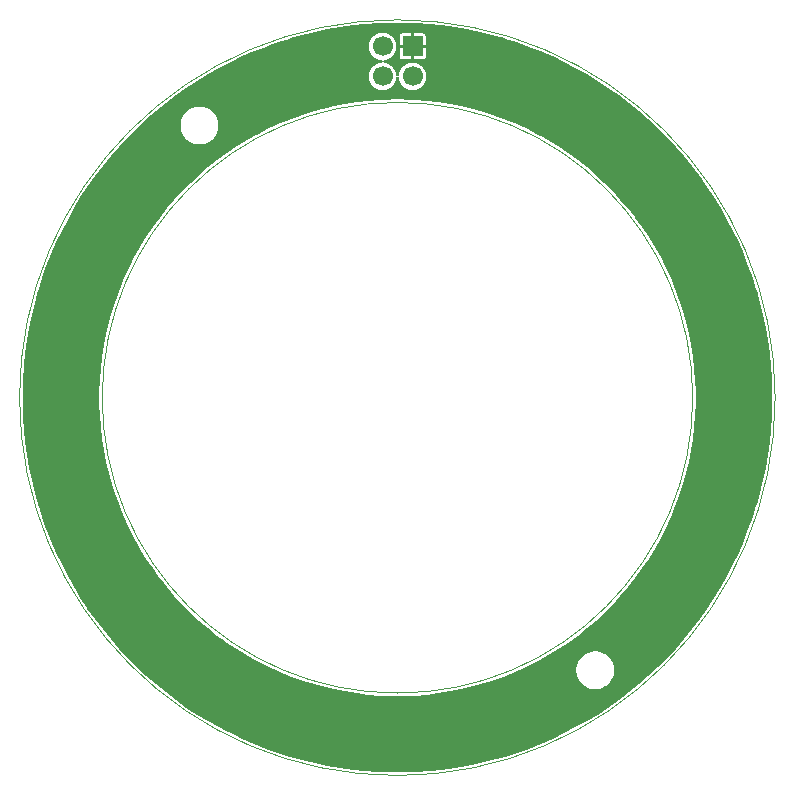
<source format=gbr>
%TF.GenerationSoftware,KiCad,Pcbnew,9.0.5*%
%TF.CreationDate,2025-12-07T22:18:12-05:00*%
%TF.ProjectId,LED_PCB,4c45445f-5043-4422-9e6b-696361645f70,rev?*%
%TF.SameCoordinates,Original*%
%TF.FileFunction,Copper,L2,Bot*%
%TF.FilePolarity,Positive*%
%FSLAX46Y46*%
G04 Gerber Fmt 4.6, Leading zero omitted, Abs format (unit mm)*
G04 Created by KiCad (PCBNEW 9.0.5) date 2025-12-07 22:18:12*
%MOMM*%
%LPD*%
G01*
G04 APERTURE LIST*
%TA.AperFunction,ComponentPad*%
%ADD10R,1.700000X1.700000*%
%TD*%
%TA.AperFunction,ComponentPad*%
%ADD11C,1.700000*%
%TD*%
%TA.AperFunction,ViaPad*%
%ADD12C,0.600000*%
%TD*%
%TA.AperFunction,Profile*%
%ADD13C,0.100000*%
%TD*%
G04 APERTURE END LIST*
D10*
%TO.P,J1,1,Pin_1*%
%TO.N,GND*%
X141280000Y-70250000D03*
D11*
%TO.P,J1,2,Pin_2*%
%TO.N,Net-(D1-CI)*%
X141280000Y-72790000D03*
%TO.P,J1,3,Pin_3*%
%TO.N,Net-(D1-DI)*%
X138740000Y-70250000D03*
%TO.P,J1,4,Pin_4*%
%TO.N,+5V*%
X138740000Y-72790000D03*
%TD*%
D12*
%TO.N,GND*%
X129425809Y-75253326D03*
X123673012Y-120944467D03*
X160260970Y-82305714D03*
X119719029Y-117694286D03*
X163082340Y-113811004D03*
X114839488Y-91562931D03*
X155426988Y-78455534D03*
X150554191Y-124746674D03*
X165060511Y-108837069D03*
X113190000Y-102400000D03*
X133990881Y-126229955D03*
X116897660Y-86188996D03*
X146000000Y-73770044D03*
X166790000Y-97600000D03*
%TD*%
%TA.AperFunction,Conductor*%
%TO.N,GND*%
G36*
X140533958Y-68259198D02*
G01*
X141612716Y-68296049D01*
X141616986Y-68296269D01*
X142693845Y-68369929D01*
X142698060Y-68370289D01*
X143771816Y-68480675D01*
X143775998Y-68481177D01*
X144845349Y-68628156D01*
X144849531Y-68628803D01*
X145913257Y-68812208D01*
X145917405Y-68812996D01*
X146974251Y-69032611D01*
X146978443Y-69033558D01*
X148027090Y-69289107D01*
X148031161Y-69290172D01*
X149070558Y-69581397D01*
X149074681Y-69582629D01*
X150103425Y-69909138D01*
X150107503Y-69910509D01*
X150301229Y-69979359D01*
X151124570Y-70271974D01*
X151128530Y-70273459D01*
X152132654Y-70669434D01*
X152136592Y-70671064D01*
X153112438Y-71094934D01*
X153126630Y-71101099D01*
X153130546Y-71102881D01*
X154105292Y-71566448D01*
X154109069Y-71568325D01*
X155067419Y-72064903D01*
X155071201Y-72066945D01*
X156012041Y-72595952D01*
X156015718Y-72598102D01*
X156776152Y-73060533D01*
X156937964Y-73158933D01*
X156941601Y-73161231D01*
X157051755Y-73233481D01*
X157844136Y-73753203D01*
X157847665Y-73755605D01*
X158076099Y-73916852D01*
X158729470Y-74378052D01*
X158732921Y-74380576D01*
X159593018Y-75032808D01*
X159596333Y-75035414D01*
X160433597Y-75716581D01*
X160436888Y-75719352D01*
X161250411Y-76428707D01*
X161253605Y-76431590D01*
X162042431Y-77168301D01*
X162045524Y-77171291D01*
X162808708Y-77934475D01*
X162811698Y-77937568D01*
X163548409Y-78726394D01*
X163551292Y-78729588D01*
X164260647Y-79543111D01*
X164263418Y-79546402D01*
X164944585Y-80383666D01*
X164947197Y-80386989D01*
X165501841Y-81118397D01*
X165599407Y-81247057D01*
X165601947Y-81250529D01*
X166224384Y-82132320D01*
X166226805Y-82135877D01*
X166818768Y-83038398D01*
X166821066Y-83042035D01*
X167381886Y-83964263D01*
X167384058Y-83967977D01*
X167913052Y-84908794D01*
X167915096Y-84912580D01*
X168411655Y-85870892D01*
X168413569Y-85874745D01*
X168877118Y-86849453D01*
X168878900Y-86853369D01*
X169308927Y-87843389D01*
X169310573Y-87847364D01*
X169706527Y-88851434D01*
X169708037Y-88855463D01*
X170069490Y-89872496D01*
X170070861Y-89876574D01*
X170397370Y-90905318D01*
X170398602Y-90909441D01*
X170689815Y-91948793D01*
X170690904Y-91952955D01*
X170946441Y-93001560D01*
X170947389Y-93005756D01*
X171166994Y-94062549D01*
X171167797Y-94066776D01*
X171351190Y-95130434D01*
X171351848Y-95134686D01*
X171498816Y-96203957D01*
X171499329Y-96208229D01*
X171609706Y-97281903D01*
X171610073Y-97286189D01*
X171683729Y-98362999D01*
X171683950Y-98367296D01*
X171720801Y-99446041D01*
X171720874Y-99450343D01*
X171720874Y-100529656D01*
X171720801Y-100533958D01*
X171683950Y-101612703D01*
X171683729Y-101617000D01*
X171610073Y-102693810D01*
X171609706Y-102698096D01*
X171499329Y-103771770D01*
X171498816Y-103776042D01*
X171351848Y-104845313D01*
X171351190Y-104849565D01*
X171167797Y-105913223D01*
X171166994Y-105917450D01*
X170947389Y-106974243D01*
X170946441Y-106978439D01*
X170690904Y-108027044D01*
X170689815Y-108031206D01*
X170398602Y-109070558D01*
X170397370Y-109074681D01*
X170070861Y-110103425D01*
X170069490Y-110107503D01*
X169708037Y-111124536D01*
X169706527Y-111128565D01*
X169310573Y-112132635D01*
X169308927Y-112136610D01*
X168878900Y-113126630D01*
X168877118Y-113130546D01*
X168413569Y-114105254D01*
X168411655Y-114109107D01*
X167915096Y-115067419D01*
X167913052Y-115071205D01*
X167384058Y-116012022D01*
X167381886Y-116015736D01*
X166821066Y-116937964D01*
X166818768Y-116941601D01*
X166226805Y-117844122D01*
X166224384Y-117847679D01*
X165601947Y-118729470D01*
X165599407Y-118732942D01*
X164947218Y-119592982D01*
X164944585Y-119596333D01*
X164263418Y-120433597D01*
X164260647Y-120436888D01*
X163551292Y-121250411D01*
X163548409Y-121253605D01*
X162811698Y-122042431D01*
X162808708Y-122045524D01*
X162045524Y-122808708D01*
X162042431Y-122811698D01*
X161253605Y-123548409D01*
X161250411Y-123551292D01*
X160436888Y-124260647D01*
X160433597Y-124263418D01*
X159596333Y-124944585D01*
X159592982Y-124947218D01*
X159061975Y-125349894D01*
X158732942Y-125599407D01*
X158729470Y-125601947D01*
X157847679Y-126224384D01*
X157844122Y-126226805D01*
X156941601Y-126818768D01*
X156937964Y-126821066D01*
X156015736Y-127381886D01*
X156012022Y-127384058D01*
X155071205Y-127913052D01*
X155067419Y-127915096D01*
X154109107Y-128411655D01*
X154105254Y-128413569D01*
X153130546Y-128877118D01*
X153126630Y-128878900D01*
X152136610Y-129308927D01*
X152132635Y-129310573D01*
X151128565Y-129706527D01*
X151124536Y-129708037D01*
X150107503Y-130069490D01*
X150103425Y-130070861D01*
X149074681Y-130397370D01*
X149070558Y-130398602D01*
X148031206Y-130689815D01*
X148027044Y-130690904D01*
X146978439Y-130946441D01*
X146974243Y-130947389D01*
X145917450Y-131166994D01*
X145913223Y-131167797D01*
X144849565Y-131351190D01*
X144845313Y-131351848D01*
X143776042Y-131498816D01*
X143771770Y-131499329D01*
X142698096Y-131609706D01*
X142693810Y-131610073D01*
X141617000Y-131683729D01*
X141612703Y-131683950D01*
X140533959Y-131720801D01*
X140529657Y-131720874D01*
X139450343Y-131720874D01*
X139446041Y-131720801D01*
X138367296Y-131683950D01*
X138362999Y-131683729D01*
X137286189Y-131610073D01*
X137281903Y-131609706D01*
X136208229Y-131499329D01*
X136203957Y-131498816D01*
X135134686Y-131351848D01*
X135130434Y-131351190D01*
X134066776Y-131167797D01*
X134062549Y-131166994D01*
X133005756Y-130947389D01*
X133001560Y-130946441D01*
X131952955Y-130690904D01*
X131948793Y-130689815D01*
X130909441Y-130398602D01*
X130905318Y-130397370D01*
X129876574Y-130070861D01*
X129872496Y-130069490D01*
X128855463Y-129708037D01*
X128851434Y-129706527D01*
X127847364Y-129310573D01*
X127843389Y-129308927D01*
X126853369Y-128878900D01*
X126849453Y-128877118D01*
X126209032Y-128572548D01*
X125874731Y-128413562D01*
X125870906Y-128411662D01*
X125441777Y-128189305D01*
X124912580Y-127915096D01*
X124908794Y-127913052D01*
X123967977Y-127384058D01*
X123964263Y-127381886D01*
X123042035Y-126821066D01*
X123038398Y-126818768D01*
X122135877Y-126226805D01*
X122132320Y-126224384D01*
X121250529Y-125601947D01*
X121247057Y-125599407D01*
X120386989Y-124947197D01*
X120383666Y-124944585D01*
X119546402Y-124263418D01*
X119543111Y-124260647D01*
X118729588Y-123551292D01*
X118726394Y-123548409D01*
X117937568Y-122811698D01*
X117934475Y-122808708D01*
X117171291Y-122045524D01*
X117168301Y-122042431D01*
X116431590Y-121253605D01*
X116428707Y-121250411D01*
X115719352Y-120436888D01*
X115716581Y-120433597D01*
X115035414Y-119596333D01*
X115032808Y-119593018D01*
X114380576Y-118732921D01*
X114378052Y-118729470D01*
X113755615Y-117847679D01*
X113753194Y-117844122D01*
X113749102Y-117837884D01*
X113161231Y-116941601D01*
X113158933Y-116937964D01*
X112754734Y-116273288D01*
X112598102Y-116015718D01*
X112595941Y-116012022D01*
X112419589Y-115698380D01*
X112066945Y-115071201D01*
X112064903Y-115067419D01*
X111996442Y-114935295D01*
X111568325Y-114109069D01*
X111566448Y-114105292D01*
X111102881Y-113130546D01*
X111101099Y-113126630D01*
X110671072Y-112136610D01*
X110669426Y-112132635D01*
X110580520Y-111907185D01*
X110273459Y-111128530D01*
X110271974Y-111124570D01*
X109910509Y-110107503D01*
X109909138Y-110103425D01*
X109624402Y-109206296D01*
X109582627Y-109074676D01*
X109581397Y-109070558D01*
X109566953Y-109019005D01*
X109290172Y-108031161D01*
X109289107Y-108027090D01*
X109033558Y-106978439D01*
X109032610Y-106974243D01*
X108881701Y-106248031D01*
X108812996Y-105917405D01*
X108812208Y-105913257D01*
X108628803Y-104849531D01*
X108628156Y-104845349D01*
X108481177Y-103775998D01*
X108480675Y-103771816D01*
X108370289Y-102698060D01*
X108369929Y-102693845D01*
X108296269Y-101616986D01*
X108296049Y-101612703D01*
X108291756Y-101487039D01*
X108259199Y-100533958D01*
X108259126Y-100529656D01*
X108259126Y-99504069D01*
X114745498Y-99504069D01*
X114745498Y-100495930D01*
X114784438Y-101487031D01*
X114862260Y-102475851D01*
X114978842Y-103460848D01*
X115134005Y-104440511D01*
X115214953Y-104847462D01*
X115327508Y-105413314D01*
X115559056Y-106377778D01*
X115559061Y-106377798D01*
X115828286Y-107332400D01*
X116134792Y-108275728D01*
X116478094Y-109206292D01*
X116667882Y-109664479D01*
X116857668Y-110122663D01*
X117272924Y-111023423D01*
X117723224Y-111907185D01*
X117960703Y-112331235D01*
X118207870Y-112772585D01*
X118726127Y-113618304D01*
X119277176Y-114443004D01*
X119733590Y-115071205D01*
X119860182Y-115245443D01*
X120217248Y-115698380D01*
X120474251Y-116024386D01*
X120826879Y-116437260D01*
X121118410Y-116778599D01*
X121269088Y-116941601D01*
X121791709Y-117506969D01*
X122493030Y-118208290D01*
X122493043Y-118208302D01*
X122493049Y-118208308D01*
X123221401Y-118881590D01*
X123975625Y-119525758D01*
X124754557Y-120139818D01*
X125161210Y-120435269D01*
X125556995Y-120722823D01*
X126381695Y-121273872D01*
X127227414Y-121792129D01*
X127306100Y-121836195D01*
X128092815Y-122276776D01*
X128976577Y-122727076D01*
X129877337Y-123142332D01*
X130793704Y-123521904D01*
X131724268Y-123865206D01*
X132667592Y-124171711D01*
X133622222Y-124440944D01*
X134586686Y-124672492D01*
X135559497Y-124865996D01*
X136539154Y-125021158D01*
X137524149Y-125137740D01*
X138512961Y-125215561D01*
X139504065Y-125254502D01*
X139504069Y-125254502D01*
X140495931Y-125254502D01*
X140495935Y-125254502D01*
X141487039Y-125215561D01*
X142475851Y-125137740D01*
X143460846Y-125021158D01*
X144440503Y-124865996D01*
X145413314Y-124672492D01*
X146377778Y-124440944D01*
X147332408Y-124171711D01*
X148275732Y-123865206D01*
X149206296Y-123521904D01*
X150122663Y-123142332D01*
X150581030Y-122931022D01*
X155141380Y-122931022D01*
X155141380Y-123182946D01*
X155172543Y-123379700D01*
X155180791Y-123431774D01*
X155219625Y-123551292D01*
X155258639Y-123671363D01*
X155373010Y-123895829D01*
X155521087Y-124099640D01*
X155521089Y-124099642D01*
X155521091Y-124099645D01*
X155699218Y-124277772D01*
X155699221Y-124277774D01*
X155699224Y-124277777D01*
X155903035Y-124425854D01*
X156127501Y-124540225D01*
X156367095Y-124618074D01*
X156615918Y-124657484D01*
X156615921Y-124657484D01*
X156867839Y-124657484D01*
X156867842Y-124657484D01*
X157116665Y-124618074D01*
X157356259Y-124540225D01*
X157580725Y-124425854D01*
X157784536Y-124277777D01*
X157962673Y-124099640D01*
X158110750Y-123895829D01*
X158225121Y-123671363D01*
X158302970Y-123431769D01*
X158342380Y-123182946D01*
X158342380Y-122931022D01*
X158302970Y-122682199D01*
X158225121Y-122442605D01*
X158110750Y-122218139D01*
X157962673Y-122014328D01*
X157962670Y-122014325D01*
X157962668Y-122014322D01*
X157784541Y-121836195D01*
X157784538Y-121836193D01*
X157784536Y-121836191D01*
X157580725Y-121688114D01*
X157356259Y-121573743D01*
X157356256Y-121573742D01*
X157356254Y-121573741D01*
X157116670Y-121495895D01*
X157116666Y-121495894D01*
X157116665Y-121495894D01*
X156867842Y-121456484D01*
X156615918Y-121456484D01*
X156367095Y-121495894D01*
X156367089Y-121495895D01*
X156127505Y-121573741D01*
X156127499Y-121573744D01*
X155903031Y-121688116D01*
X155699221Y-121836193D01*
X155699218Y-121836195D01*
X155521091Y-122014322D01*
X155521089Y-122014325D01*
X155373012Y-122218135D01*
X155258640Y-122442603D01*
X155258637Y-122442609D01*
X155180791Y-122682193D01*
X155180790Y-122682198D01*
X155180790Y-122682199D01*
X155141380Y-122931022D01*
X150581030Y-122931022D01*
X151023423Y-122727076D01*
X151907185Y-122276776D01*
X152772587Y-121792128D01*
X153618295Y-121273878D01*
X154443004Y-120722824D01*
X155245443Y-120139818D01*
X156024375Y-119525758D01*
X156778599Y-118881590D01*
X157506951Y-118208308D01*
X158208308Y-117506951D01*
X158881590Y-116778599D01*
X159525758Y-116024375D01*
X160139818Y-115245443D01*
X160722824Y-114443004D01*
X161273878Y-113618295D01*
X161792128Y-112772587D01*
X162276776Y-111907185D01*
X162727076Y-111023423D01*
X163142332Y-110122663D01*
X163521904Y-109206296D01*
X163865206Y-108275732D01*
X164171711Y-107332408D01*
X164440944Y-106377778D01*
X164672492Y-105413314D01*
X164865996Y-104440503D01*
X165021158Y-103460846D01*
X165137740Y-102475851D01*
X165215561Y-101487039D01*
X165254502Y-100495935D01*
X165254502Y-99504065D01*
X165215561Y-98512961D01*
X165137740Y-97524149D01*
X165021158Y-96539154D01*
X164865996Y-95559497D01*
X164672492Y-94586686D01*
X164440944Y-93622222D01*
X164171711Y-92667592D01*
X163865206Y-91724268D01*
X163521904Y-90793704D01*
X163142332Y-89877337D01*
X162727076Y-88976577D01*
X162276776Y-88092815D01*
X161792128Y-87227413D01*
X161561719Y-86851420D01*
X161273872Y-86381695D01*
X160722823Y-85556995D01*
X160139821Y-84754561D01*
X160070455Y-84666571D01*
X159525758Y-83975625D01*
X159517614Y-83966090D01*
X158881602Y-83221415D01*
X158881601Y-83221414D01*
X158881590Y-83221401D01*
X158208308Y-82493049D01*
X158208302Y-82493043D01*
X158208290Y-82493030D01*
X157506969Y-81791709D01*
X157506951Y-81791692D01*
X156778599Y-81118410D01*
X156024375Y-80474242D01*
X155245443Y-79860182D01*
X155245438Y-79860178D01*
X154443004Y-79277176D01*
X153618304Y-78726127D01*
X152772585Y-78207870D01*
X152284401Y-77934475D01*
X151907185Y-77723224D01*
X151023423Y-77272924D01*
X150122663Y-76857668D01*
X149664479Y-76667882D01*
X149206292Y-76478094D01*
X148275728Y-76134792D01*
X147332400Y-75828286D01*
X146377798Y-75559061D01*
X146377782Y-75559057D01*
X146377778Y-75559056D01*
X145413314Y-75327508D01*
X145400957Y-75325050D01*
X144440511Y-75134005D01*
X143460848Y-74978842D01*
X142475851Y-74862260D01*
X141487031Y-74784438D01*
X140680739Y-74752759D01*
X140495935Y-74745498D01*
X139504065Y-74745498D01*
X139327492Y-74752435D01*
X138512968Y-74784438D01*
X137524148Y-74862260D01*
X136539151Y-74978842D01*
X135559488Y-75134005D01*
X134586695Y-75327506D01*
X134586689Y-75327507D01*
X134586686Y-75327508D01*
X134035764Y-75459773D01*
X133622201Y-75559061D01*
X132667599Y-75828286D01*
X131724271Y-76134792D01*
X130793707Y-76478094D01*
X129877332Y-76857670D01*
X128976585Y-77272920D01*
X128976578Y-77272923D01*
X128976577Y-77272924D01*
X128092815Y-77723224D01*
X127988106Y-77781864D01*
X127227414Y-78207870D01*
X126381695Y-78726127D01*
X125556995Y-79277176D01*
X124754561Y-79860178D01*
X123975613Y-80474251D01*
X123221415Y-81118397D01*
X122493030Y-81791709D01*
X121791709Y-82493030D01*
X121118397Y-83221415D01*
X120474251Y-83975613D01*
X119860178Y-84754561D01*
X119277176Y-85556995D01*
X118726127Y-86381695D01*
X118207870Y-87227414D01*
X117862909Y-87843389D01*
X117723224Y-88092815D01*
X117336688Y-88851434D01*
X117272920Y-88976585D01*
X116857670Y-89877332D01*
X116478094Y-90793707D01*
X116134792Y-91724271D01*
X115828286Y-92667599D01*
X115559061Y-93622201D01*
X115327506Y-94586695D01*
X115134005Y-95559488D01*
X114978842Y-96539151D01*
X114862260Y-97524148D01*
X114784438Y-98512968D01*
X114783250Y-98543212D01*
X114748039Y-99439408D01*
X114745498Y-99504069D01*
X108259126Y-99504069D01*
X108259126Y-99450343D01*
X108259199Y-99446041D01*
X108296049Y-98367296D01*
X108296270Y-98362999D01*
X108350204Y-97574517D01*
X108369929Y-97286149D01*
X108370289Y-97281944D01*
X108480676Y-96208177D01*
X108481176Y-96204008D01*
X108628157Y-95134641D01*
X108628802Y-95130477D01*
X108812210Y-94066731D01*
X108812994Y-94062605D01*
X109032614Y-93005736D01*
X109033558Y-93001560D01*
X109289110Y-91952895D01*
X109290168Y-91948852D01*
X109581403Y-90909420D01*
X109582629Y-90905318D01*
X109628636Y-90760364D01*
X109909141Y-89876564D01*
X109910509Y-89872496D01*
X110271981Y-88855410D01*
X110273451Y-88851488D01*
X110669442Y-87847324D01*
X110671056Y-87843427D01*
X111101108Y-86853348D01*
X111102881Y-86849453D01*
X111566460Y-85874684D01*
X111568313Y-85870953D01*
X112064918Y-84912551D01*
X112066931Y-84908822D01*
X112595966Y-83967932D01*
X112598087Y-83964306D01*
X113158947Y-83042012D01*
X113161216Y-83038421D01*
X113753221Y-82135836D01*
X113755586Y-82132361D01*
X114378060Y-81250517D01*
X114380556Y-81247106D01*
X115032830Y-80386953D01*
X115035394Y-80383691D01*
X115716581Y-79546402D01*
X115719336Y-79543129D01*
X116428722Y-78729570D01*
X116431574Y-78726411D01*
X117168330Y-77937537D01*
X117171261Y-77934505D01*
X117934505Y-77171261D01*
X117937537Y-77168330D01*
X118313662Y-76817054D01*
X121637620Y-76817054D01*
X121637620Y-77068978D01*
X121669922Y-77272924D01*
X121677031Y-77317806D01*
X121680496Y-77328469D01*
X121754879Y-77557395D01*
X121869250Y-77781861D01*
X122017327Y-77985672D01*
X122017329Y-77985674D01*
X122017331Y-77985677D01*
X122195458Y-78163804D01*
X122195461Y-78163806D01*
X122195464Y-78163809D01*
X122399275Y-78311886D01*
X122623741Y-78426257D01*
X122863335Y-78504106D01*
X123112158Y-78543516D01*
X123112161Y-78543516D01*
X123364079Y-78543516D01*
X123364082Y-78543516D01*
X123612905Y-78504106D01*
X123852499Y-78426257D01*
X124076965Y-78311886D01*
X124280776Y-78163809D01*
X124458913Y-77985672D01*
X124606990Y-77781861D01*
X124721361Y-77557395D01*
X124799210Y-77317801D01*
X124838620Y-77068978D01*
X124838620Y-76817054D01*
X124799210Y-76568231D01*
X124721361Y-76328637D01*
X124606990Y-76104171D01*
X124458913Y-75900360D01*
X124458910Y-75900357D01*
X124458908Y-75900354D01*
X124280781Y-75722227D01*
X124280778Y-75722225D01*
X124280776Y-75722223D01*
X124076965Y-75574146D01*
X123852499Y-75459775D01*
X123852496Y-75459774D01*
X123852494Y-75459773D01*
X123612910Y-75381927D01*
X123612906Y-75381926D01*
X123612905Y-75381926D01*
X123364082Y-75342516D01*
X123112158Y-75342516D01*
X122863335Y-75381926D01*
X122863329Y-75381927D01*
X122623745Y-75459773D01*
X122623739Y-75459776D01*
X122399271Y-75574148D01*
X122195461Y-75722225D01*
X122195458Y-75722227D01*
X122017331Y-75900354D01*
X122017329Y-75900357D01*
X121869252Y-76104167D01*
X121754880Y-76328635D01*
X121754877Y-76328641D01*
X121677031Y-76568225D01*
X121677030Y-76568230D01*
X121677030Y-76568231D01*
X121637620Y-76817054D01*
X118313662Y-76817054D01*
X118726411Y-76431574D01*
X118729570Y-76428722D01*
X119543129Y-75719336D01*
X119546402Y-75716581D01*
X120006188Y-75342516D01*
X120383691Y-75035394D01*
X120386953Y-75032830D01*
X121247106Y-74380556D01*
X121250529Y-74378052D01*
X122132361Y-73755586D01*
X122135836Y-73753221D01*
X123038421Y-73161216D01*
X123042012Y-73158947D01*
X123964306Y-72598087D01*
X123967932Y-72595966D01*
X124908822Y-72066931D01*
X124912551Y-72064918D01*
X125870953Y-71568313D01*
X125874684Y-71566460D01*
X126849475Y-71102870D01*
X126853348Y-71101108D01*
X127843427Y-70671056D01*
X127847324Y-70669442D01*
X128851488Y-70273451D01*
X128855410Y-70271981D01*
X129173094Y-70159076D01*
X137584700Y-70159076D01*
X137584700Y-70340924D01*
X137613148Y-70520533D01*
X137669342Y-70693481D01*
X137669343Y-70693482D01*
X137751901Y-70855512D01*
X137858788Y-71002629D01*
X137987370Y-71131211D01*
X137987373Y-71131213D01*
X138134491Y-71238101D01*
X138296519Y-71320658D01*
X138469467Y-71376852D01*
X138587528Y-71395551D01*
X138651680Y-71425964D01*
X138689207Y-71486232D01*
X138688193Y-71557222D01*
X138648960Y-71616393D01*
X138587528Y-71644448D01*
X138469467Y-71663148D01*
X138469465Y-71663148D01*
X138469462Y-71663149D01*
X138296523Y-71719340D01*
X138296517Y-71719343D01*
X138134487Y-71801901D01*
X137987370Y-71908788D01*
X137858788Y-72037370D01*
X137751901Y-72184487D01*
X137669343Y-72346517D01*
X137669340Y-72346523D01*
X137613149Y-72519462D01*
X137613148Y-72519465D01*
X137613148Y-72519467D01*
X137584700Y-72699076D01*
X137584700Y-72880924D01*
X137613148Y-73060533D01*
X137613149Y-73060537D01*
X137645866Y-73161231D01*
X137669342Y-73233481D01*
X137751899Y-73395509D01*
X137751901Y-73395512D01*
X137858788Y-73542629D01*
X137987370Y-73671211D01*
X137987373Y-73671213D01*
X138134491Y-73778101D01*
X138296519Y-73860658D01*
X138469467Y-73916852D01*
X138649076Y-73945300D01*
X138649078Y-73945300D01*
X138830922Y-73945300D01*
X138830924Y-73945300D01*
X139010533Y-73916852D01*
X139183481Y-73860658D01*
X139345509Y-73778101D01*
X139492627Y-73671213D01*
X139621213Y-73542627D01*
X139728101Y-73395509D01*
X139810658Y-73233481D01*
X139866852Y-73060533D01*
X139885551Y-72942470D01*
X139915964Y-72878319D01*
X139976232Y-72840792D01*
X140047221Y-72841806D01*
X140106393Y-72881039D01*
X140134448Y-72942470D01*
X140153148Y-73060533D01*
X140153149Y-73060537D01*
X140185866Y-73161231D01*
X140209342Y-73233481D01*
X140291899Y-73395509D01*
X140291901Y-73395512D01*
X140398788Y-73542629D01*
X140527370Y-73671211D01*
X140527373Y-73671213D01*
X140674491Y-73778101D01*
X140836519Y-73860658D01*
X141009467Y-73916852D01*
X141189076Y-73945300D01*
X141189078Y-73945300D01*
X141370922Y-73945300D01*
X141370924Y-73945300D01*
X141550533Y-73916852D01*
X141723481Y-73860658D01*
X141885509Y-73778101D01*
X142032627Y-73671213D01*
X142161213Y-73542627D01*
X142268101Y-73395509D01*
X142350658Y-73233481D01*
X142406852Y-73060533D01*
X142435300Y-72880924D01*
X142435300Y-72699076D01*
X142406852Y-72519467D01*
X142350658Y-72346519D01*
X142268101Y-72184491D01*
X142182700Y-72066947D01*
X142161211Y-72037370D01*
X142032629Y-71908788D01*
X141885512Y-71801901D01*
X141885511Y-71801900D01*
X141885509Y-71801899D01*
X141723481Y-71719342D01*
X141723478Y-71719341D01*
X141723476Y-71719340D01*
X141550537Y-71663149D01*
X141550535Y-71663148D01*
X141550533Y-71663148D01*
X141370924Y-71634700D01*
X141189076Y-71634700D01*
X141009467Y-71663148D01*
X141009465Y-71663148D01*
X141009462Y-71663149D01*
X140836523Y-71719340D01*
X140836517Y-71719343D01*
X140674487Y-71801901D01*
X140527370Y-71908788D01*
X140398788Y-72037370D01*
X140291901Y-72184487D01*
X140209343Y-72346517D01*
X140209340Y-72346523D01*
X140153149Y-72519462D01*
X140153148Y-72519465D01*
X140153148Y-72519467D01*
X140140692Y-72598113D01*
X140134449Y-72637527D01*
X140104036Y-72701680D01*
X140043768Y-72739207D01*
X139972778Y-72738193D01*
X139913607Y-72698960D01*
X139885551Y-72637527D01*
X139866852Y-72519467D01*
X139810658Y-72346519D01*
X139728101Y-72184491D01*
X139642700Y-72066947D01*
X139621211Y-72037370D01*
X139492629Y-71908788D01*
X139345512Y-71801901D01*
X139345511Y-71801900D01*
X139345509Y-71801899D01*
X139183481Y-71719342D01*
X139183478Y-71719341D01*
X139183476Y-71719340D01*
X139010537Y-71663149D01*
X139010535Y-71663148D01*
X139010533Y-71663148D01*
X138892470Y-71644448D01*
X138828319Y-71614036D01*
X138790792Y-71553768D01*
X138791806Y-71482779D01*
X138831039Y-71423607D01*
X138892470Y-71395551D01*
X139010533Y-71376852D01*
X139183481Y-71320658D01*
X139345509Y-71238101D01*
X139492627Y-71131213D01*
X139492629Y-71131211D01*
X139492634Y-71131207D01*
X139621208Y-71002632D01*
X139621211Y-71002629D01*
X139621213Y-71002627D01*
X139728101Y-70855509D01*
X139810658Y-70693481D01*
X139866852Y-70520533D01*
X139895300Y-70340924D01*
X139895300Y-70159076D01*
X139866852Y-69979467D01*
X139810658Y-69806519D01*
X139728101Y-69644491D01*
X139621213Y-69497373D01*
X139621211Y-69497370D01*
X139498818Y-69374977D01*
X140176000Y-69374977D01*
X140176000Y-70123000D01*
X140796392Y-70123000D01*
X140780000Y-70184174D01*
X140780000Y-70315826D01*
X140796392Y-70377000D01*
X140176001Y-70377000D01*
X140176001Y-71125022D01*
X140190737Y-71199105D01*
X140190737Y-71199107D01*
X140246875Y-71283124D01*
X140330893Y-71339262D01*
X140330894Y-71339263D01*
X140404980Y-71353999D01*
X141153000Y-71353999D01*
X141153000Y-70733608D01*
X141214174Y-70750000D01*
X141345826Y-70750000D01*
X141407000Y-70733608D01*
X141407000Y-71353999D01*
X142155014Y-71353999D01*
X142155022Y-71353998D01*
X142229105Y-71339262D01*
X142229107Y-71339262D01*
X142313124Y-71283124D01*
X142369262Y-71199106D01*
X142369263Y-71199105D01*
X142383999Y-71125022D01*
X142384000Y-71125015D01*
X142384000Y-70377000D01*
X141763608Y-70377000D01*
X141780000Y-70315826D01*
X141780000Y-70184174D01*
X141763608Y-70123000D01*
X142383999Y-70123000D01*
X142383999Y-69374986D01*
X142383998Y-69374977D01*
X142369262Y-69300894D01*
X142369262Y-69300892D01*
X142313124Y-69216875D01*
X142229106Y-69160737D01*
X142229105Y-69160736D01*
X142155022Y-69146000D01*
X141407000Y-69146000D01*
X141407000Y-69766391D01*
X141345826Y-69750000D01*
X141214174Y-69750000D01*
X141153000Y-69766391D01*
X141153000Y-69146000D01*
X140404986Y-69146000D01*
X140404976Y-69146001D01*
X140330894Y-69160737D01*
X140330892Y-69160737D01*
X140246875Y-69216875D01*
X140190737Y-69300893D01*
X140190736Y-69300894D01*
X140176000Y-69374977D01*
X139498818Y-69374977D01*
X139492629Y-69368788D01*
X139345512Y-69261901D01*
X139345511Y-69261900D01*
X139345509Y-69261899D01*
X139183481Y-69179342D01*
X139183478Y-69179341D01*
X139183476Y-69179340D01*
X139010537Y-69123149D01*
X139010535Y-69123148D01*
X139010533Y-69123148D01*
X138830924Y-69094700D01*
X138649076Y-69094700D01*
X138469467Y-69123148D01*
X138469465Y-69123148D01*
X138469462Y-69123149D01*
X138296523Y-69179340D01*
X138296517Y-69179343D01*
X138134487Y-69261901D01*
X137987370Y-69368788D01*
X137858788Y-69497370D01*
X137751901Y-69644487D01*
X137669343Y-69806517D01*
X137669340Y-69806523D01*
X137613149Y-69979462D01*
X137613148Y-69979465D01*
X137613148Y-69979467D01*
X137584700Y-70159076D01*
X129173094Y-70159076D01*
X129872506Y-69910505D01*
X129876564Y-69909141D01*
X130905339Y-69582622D01*
X130909420Y-69581403D01*
X131948852Y-69290168D01*
X131952895Y-69289110D01*
X133001569Y-69033555D01*
X133005736Y-69032614D01*
X134062605Y-68812994D01*
X134066731Y-68812210D01*
X135130477Y-68628802D01*
X135134641Y-68628157D01*
X136204008Y-68481176D01*
X136208177Y-68480676D01*
X137281944Y-68370289D01*
X137286149Y-68369929D01*
X138363016Y-68296269D01*
X138367280Y-68296049D01*
X139446041Y-68259198D01*
X139450343Y-68259126D01*
X140529657Y-68259126D01*
X140533958Y-68259198D01*
G37*
%TD.AperFunction*%
%TD*%
D13*
X171980000Y-99990000D02*
G75*
G02*
X108000000Y-99990000I-31990000J0D01*
G01*
X108000000Y-99990000D02*
G75*
G02*
X171980000Y-99990000I31990000J0D01*
G01*
X165000002Y-100000000D02*
G75*
G02*
X114999998Y-100000000I-25000002J0D01*
G01*
X114999998Y-100000000D02*
G75*
G02*
X165000002Y-100000000I25000002J0D01*
G01*
M02*

</source>
